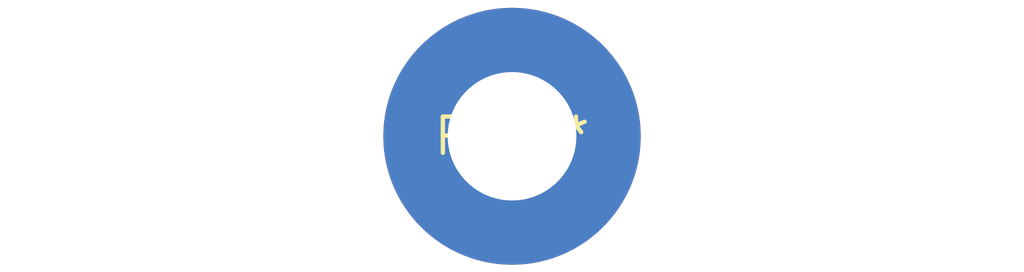
<source format=kicad_pcb>
(kicad_pcb (version 20240108) (generator pcbnew)
  (layers (0 "F.Cu" signal) (31 "B.Cu" signal) (34 "B.Paste" user) (35 "F.Paste" user) (36 "B.SilkS" user "B.Silkscreen") (37 "F.SilkS" user "F.Silkscreen") (38 "B.Mask" user) (39 "F.Mask" user) (44 "Edge.Cuts" user))
  (net 0 "")
  (footprint "MountingHole_4.5mm_Pad_TopBottom" (layer "F.Cu") (at 0 0)
    (property "Reference" "REF**")
    (property "Value" "MountingHole_4.5mm_Pad_TopBottom")
    (pad "1" thru_hole circle (at 0 0) (size 4.9 4.9) (drill 4.5) (layers *.Cu *.Mask) (remove_unused_layers))
    (pad "1" connect circle (at 0 0) (size 9 9) (layers "F.Cu" "F.Mask"))
    (pad "1" connect circle (at 0 0) (size 9 9) (layers "B.Cu" "B.Mask"))
  )
)
</source>
